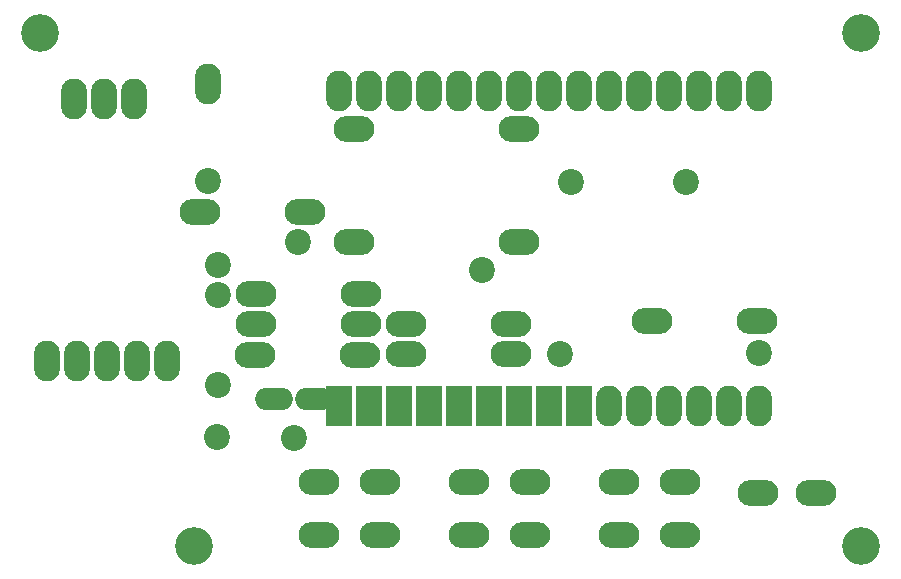
<source format=gbr>
%TF.GenerationSoftware,KiCad,Pcbnew,(5.1.6)-1*%
%TF.CreationDate,2024-12-26T07:47:20-05:00*%
%TF.ProjectId,board,626f6172-642e-46b6-9963-61645f706362,rev?*%
%TF.SameCoordinates,PX348c260PY7258760*%
%TF.FileFunction,Soldermask,Bot*%
%TF.FilePolarity,Negative*%
%FSLAX46Y46*%
G04 Gerber Fmt 4.6, Leading zero omitted, Abs format (unit mm)*
G04 Created by KiCad (PCBNEW (5.1.6)-1) date 2024-12-26 07:47:20*
%MOMM*%
%LPD*%
G01*
G04 APERTURE LIST*
%ADD10C,3.200000*%
%ADD11O,3.470000X2.200000*%
%ADD12O,2.200000X3.470000*%
%ADD13R,2.200000X3.470000*%
%ADD14O,3.200000X1.900000*%
%ADD15C,2.200000*%
G04 APERTURE END LIST*
D10*
%TO.C,REF\u002A\u002A*%
X72500000Y46500000D03*
%TD*%
%TO.C,REF\u002A\u002A*%
X72500000Y3000000D03*
%TD*%
%TO.C,REF\u002A\u002A*%
X16000000Y3000000D03*
%TD*%
%TO.C,REF\u002A\u002A*%
X3000000Y46500000D03*
%TD*%
D11*
%TO.C,C1*%
X68712000Y7489000D03*
X63742000Y7489000D03*
%TD*%
%TO.C,D1*%
X54780000Y22110000D03*
X63670000Y22110000D03*
%TD*%
%TO.C,R1*%
X21265000Y21840000D03*
X30155000Y21840000D03*
%TD*%
%TO.C,R2*%
X42855000Y19300000D03*
X33965000Y19300000D03*
%TD*%
%TO.C,R3*%
X33965000Y21840000D03*
X42855000Y21840000D03*
%TD*%
%TO.C,R4*%
X21165000Y19200000D03*
X30055000Y19200000D03*
%TD*%
D12*
%TO.C,U1*%
X63810000Y41525000D03*
X61270000Y41525000D03*
X58730000Y41525000D03*
X56190000Y41525000D03*
X53650000Y41525000D03*
X51110000Y41525000D03*
X48570000Y41525000D03*
X46030000Y41525000D03*
X43490000Y41525000D03*
X40950000Y41525000D03*
X38410000Y41525000D03*
X35870000Y41525000D03*
X33330000Y41525000D03*
X30790000Y41525000D03*
X28250000Y41525000D03*
D13*
X28250000Y14855000D03*
X30790000Y14855000D03*
X33330000Y14855000D03*
X35870000Y14855000D03*
X38410000Y14855000D03*
X40950000Y14855000D03*
X43490000Y14855000D03*
X46030000Y14855000D03*
X48570000Y14855000D03*
D12*
X51110000Y14855000D03*
X53650000Y14855000D03*
X56190000Y14855000D03*
X58730000Y14855000D03*
X61270000Y14855000D03*
X63810000Y14855000D03*
%TD*%
D14*
%TO.C,C2*%
X22750000Y15500000D03*
X26150000Y15500000D03*
%TD*%
D11*
%TO.C,D2*%
X16522000Y31289000D03*
X25412000Y31289000D03*
%TD*%
%TO.C,M1*%
X29535000Y28800000D03*
X43505000Y28800000D03*
X43505000Y38300000D03*
X29535000Y38300000D03*
%TD*%
%TO.C,R5*%
X21265000Y24380000D03*
X30155000Y24380000D03*
%TD*%
D12*
%TO.C,R6*%
X17177000Y42144000D03*
D15*
X17177000Y33889000D03*
%TD*%
D12*
%TO.C,J2*%
X13760000Y18665000D03*
X11220000Y18665000D03*
X8680000Y18665000D03*
X6140000Y18665000D03*
X3600000Y18665000D03*
%TD*%
%TO.C,Q1*%
X5820000Y40865000D03*
X8360000Y40865000D03*
X10900000Y40865000D03*
%TD*%
D15*
%TO.C,R7*%
X18077000Y24309000D03*
X18077000Y16689000D03*
%TD*%
D11*
%TO.C,SW1*%
X31787000Y8468500D03*
X31787000Y3968500D03*
X26557000Y8468500D03*
X26557000Y3968500D03*
%TD*%
%TO.C,SW2*%
X39257000Y3968500D03*
X39257000Y8468500D03*
X44487000Y3968500D03*
X44487000Y8468500D03*
%TD*%
%TO.C,SW3*%
X57187000Y8468500D03*
X57187000Y3968500D03*
X51957000Y8468500D03*
X51957000Y3968500D03*
%TD*%
D15*
X24788000Y28800000D03*
X24469990Y12169990D03*
X17977000Y12289000D03*
X40349500Y26364000D03*
X47906000Y33857000D03*
X57631126Y33857000D03*
X18077000Y26789000D03*
X47032500Y19300000D03*
X63810000Y19344500D03*
M02*

</source>
